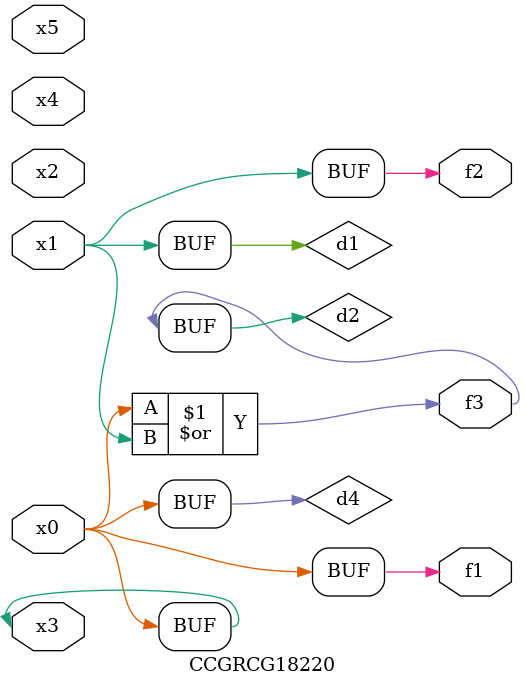
<source format=v>
module CCGRCG18220(
	input x0, x1, x2, x3, x4, x5,
	output f1, f2, f3
);

	wire d1, d2, d3, d4;

	and (d1, x1);
	or (d2, x0, x1);
	nand (d3, x0, x5);
	buf (d4, x0, x3);
	assign f1 = d4;
	assign f2 = d1;
	assign f3 = d2;
endmodule

</source>
